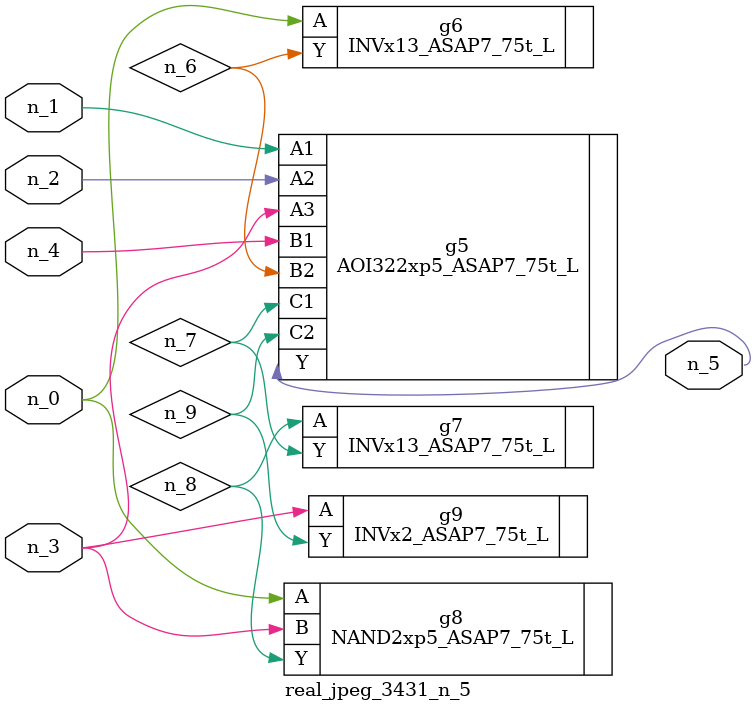
<source format=v>
module real_jpeg_3431_n_5 (n_4, n_0, n_1, n_2, n_3, n_5);

input n_4;
input n_0;
input n_1;
input n_2;
input n_3;

output n_5;

wire n_8;
wire n_6;
wire n_7;
wire n_9;

INVx13_ASAP7_75t_L g6 ( 
.A(n_0),
.Y(n_6)
);

NAND2xp5_ASAP7_75t_L g8 ( 
.A(n_0),
.B(n_3),
.Y(n_8)
);

AOI322xp5_ASAP7_75t_L g5 ( 
.A1(n_1),
.A2(n_2),
.A3(n_3),
.B1(n_4),
.B2(n_6),
.C1(n_7),
.C2(n_9),
.Y(n_5)
);

INVx2_ASAP7_75t_L g9 ( 
.A(n_3),
.Y(n_9)
);

INVx13_ASAP7_75t_L g7 ( 
.A(n_8),
.Y(n_7)
);


endmodule
</source>
